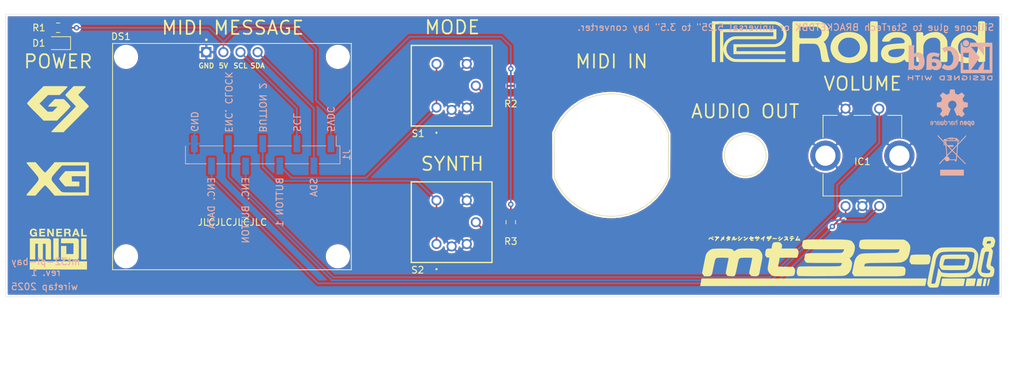
<source format=kicad_pcb>
(kicad_pcb (version 20171130) (host pcbnew "(5.1.6)-1")
  (layers (0 F.Cu signal) (31 B.Cu signal) (34 B.Paste user) (35 F.Paste user) (36 B.SilkS user) (37 F.SilkS user hide) (38 B.Mask user) (39 F.Mask user) (44 Edge.Cuts user))
  (net 0 "")
  (net 1 GND)
  (net 2 "Net-(D1-Pad2)")
  (net 3 SDA)
  (net 4 SCL)
  (net 5 +5V)
  (net 6 ENC_CLK)
  (net 7 ENC_DAT)
  (net 8 ENC_BTN)
  (net 9 BTN1)
  (net 10 BTN2)
  (net 11 "Net-(R2-Pad2)")
  (net 12 "Net-(R3-Pad2)")
  (module Symbol:WEEE-Logo_4.2x6mm_SilkScreen (layer B.Cu) (at 213.233 92.837 180)
    (fp_text reference REF** hide)
    (fp_text value WEEE-Logo_4.2x6mm_SilkScreen hide)
  )
  (module Symbol:OSHW-Logo2_7.3x6mm_SilkScreen (layer B.Cu) (at 213.2965 85.7885 180)
    (fp_text reference REF** hide)
    (fp_text value OSHW-Logo2_7.3x6mm_SilkScreen hide)
  )
  (module Symbol:KiCad-Logo2_5mm_SilkScreen (layer B.Cu) (at 212.979 78.6765 180)
    (fp_text reference REF** hide)
    (fp_text value KiCad-Logo2_5mm_SilkScreen hide)
  )
  (module SamacSys_Parts:Roland_GS_10mm (layer F.Cu) (at 80.3275 86.0425)
    (fp_text reference G*** hide)
    (fp_text value LOGO hide)
  )
  (module SamacSys_Parts:Yamaha_XG_10mm (layer F.Cu) (at 80.264 96.3295)
    (fp_text reference G*** hide)
    (fp_text value LOGO hide)
  )
  (module SamacSys_Parts:Roland-40mm (layer F.Cu) (at 197.866 76.0095)
    (fp_text reference G*** hide)
    (fp_text value LOGO hide)
  )
  (module SamacSys_Parts:General_MIDI_10mm (layer F.Cu) (at 80.391 106.807)
    (fp_text reference G*** hide)
    (fp_text value LOGO hide)
  )
  (module SamacSys_Parts:mt32-pi-45mm (layer F.Cu) (at 197.993 108.585)
    (fp_text reference G*** hide)
    (fp_text value LOGO hide)
  )
  (module SamacSys_Parts:Schurter_PG12 (layer F.Cu) (at 182.499 88.2015)
    (fp_text reference CON2 hide)
    (fp_text value Schurter_PG12)
  )
  (module SamacSys_Parts:Same_Sky_SD-LS_DIN5 (layer F.Cu) (at 162.6235 82.042)
    (fp_text reference CON1 hide)
    (fp_text value Same_Sky_SD-LS_DIN5)
  )
  (module LED_SMD:LED_0805_2012Metric_Pad1.15x1.40mm_HandSolder (layer F.Cu) (at 80.3185 76.1365 180)
    (fp_text reference D1 (at 2.8665 0) (layer F.SilkS))
    (fp_text value LED_Small)
    (pad 1 smd roundrect (at -1.025 0 180) (size 1.15 1.4) (layers F.Cu F.Paste F.Mask) (roundrect_rratio 0.217391) (net 1 GND))
    (pad 2 smd roundrect (at 1.025 0 180) (size 1.15 1.4) (layers F.Cu F.Paste F.Mask) (roundrect_rratio 0.217391) (net 2 "Net-(D1-Pad2)"))
  )
  (module SamacSys_Parts:LCD_OLED_128X64_1.3_I2C (layer F.Cu) (at 106.172 93.0275)
    (fp_text reference DS1 (at -16.51 -17.885) (layer F.SilkS))
    (fp_text value OLED_128X64_1.3_I2C)
    (pad None np_thru_hole circle (at 15.75 14.85) (size 3 3) (drill 3) (layers *.Cu *.Mask))
    (pad None np_thru_hole circle (at -15.75 14.85) (size 3 3) (drill 3) (layers *.Cu *.Mask))
    (pad None np_thru_hole circle (at -15.75 -14.85) (size 3 3) (drill 3) (layers *.Cu *.Mask))
    (pad None np_thru_hole circle (at 15.75 -14.85) (size 3 3) (drill 3) (layers *.Cu *.Mask))
    (pad 4 thru_hole circle (at 3.81 -15.55) (size 1.508 1.508) (drill 1) (layers *.Cu *.Mask) (net 3 SDA))
    (pad 3 thru_hole circle (at 1.27 -15.55) (size 1.508 1.508) (drill 1) (layers *.Cu *.Mask) (net 4 SCL))
    (pad 2 thru_hole circle (at -1.27 -15.55) (size 1.508 1.508) (drill 1) (layers *.Cu *.Mask) (net 5 +5V))
    (pad 1 thru_hole rect (at -3.81 -15.55) (size 1.508 1.508) (drill 1) (layers *.Cu *.Mask) (net 1 GND))
  )
  (module EC11E18244A5 (layer F.Cu) (at 197.4215 100.3935)
    (fp_text reference IC1 (at 2.5 -6.625) (layer F.SilkS))
    (fp_text value EC11E18244A5 hide)
    (pad A1 thru_hole circle (at 0 0) (size 1.5 1.5) (drill 1) (layers *.Cu *.Mask) (net 7 ENC_DAT))
    (pad B1 thru_hole circle (at 5 0) (size 1.5 1.5) (drill 1) (layers *.Cu *.Mask) (net 6 ENC_CLK))
    (pad C1 thru_hole circle (at 2.5 0) (size 1.5 1.5) (drill 1) (layers *.Cu *.Mask) (net 1 GND))
    (pad D1 thru_hole circle (at 0 -14.5) (size 1.5 1.5) (drill 1) (layers *.Cu *.Mask) (net 1 GND))
    (pad E1 thru_hole circle (at 5 -14.5) (size 1.5 1.5) (drill 1) (layers *.Cu *.Mask) (net 8 ENC_BTN))
    (pad MH1 thru_hole circle (at -3 -7.5) (size 4.503 4.503) (drill 3.00167) (layers *.Cu *.Mask) (net 1 GND))
    (pad MH2 thru_hole circle (at 8 -7.5) (size 4.503 4.503) (drill 3.00167) (layers *.Cu *.Mask) (net 1 GND))
  )
  (module Connector_PinHeader_2.54mm:PinHeader_1x09_P2.54mm_Vertical_SMD_Pin1Right (layer B.Cu) (at 110.744 92.7735 90)
    (fp_text reference J1 (at 0 12.49 90) (layer B.SilkS) (effects (justify mirror)))
    (fp_text value "Main Header")
    (pad 2 smd rect (at -1.655 7.62 90) (size 2.51 1) (layers B.Cu B.Paste B.Mask) (net 3 SDA))
    (pad 4 smd rect (at -1.655 2.54 90) (size 2.51 1) (layers B.Cu B.Paste B.Mask) (net 9 BTN1))
    (pad 6 smd rect (at -1.655 -2.54 90) (size 2.51 1) (layers B.Cu B.Paste B.Mask) (net 8 ENC_BTN))
    (pad 8 smd rect (at -1.655 -7.62 90) (size 2.51 1) (layers B.Cu B.Paste B.Mask) (net 7 ENC_DAT))
    (pad 1 smd rect (at 1.655 10.16 90) (size 2.51 1) (layers B.Cu B.Paste B.Mask) (net 5 +5V))
    (pad 3 smd rect (at 1.655 5.08 90) (size 2.51 1) (layers B.Cu B.Paste B.Mask) (net 4 SCL))
    (pad 5 smd rect (at 1.655 0 90) (size 2.51 1) (layers B.Cu B.Paste B.Mask) (net 10 BTN2))
    (pad 7 smd rect (at 1.655 -5.08 90) (size 2.51 1) (layers B.Cu B.Paste B.Mask) (net 6 ENC_CLK))
    (pad 9 smd rect (at 1.655 -10.16 90) (size 2.51 1) (layers B.Cu B.Paste B.Mask) (net 1 GND))
  )
  (module Resistor_SMD:R_0805_2012Metric_Pad1.15x1.40mm_HandSolder (layer F.Cu) (at 80.3185 73.8505)
    (fp_text reference R1 (at -2.8485 0) (layer F.SilkS))
    (fp_text value R_Small)
    (pad 1 smd roundrect (at -1.025 0) (size 1.15 1.4) (layers F.Cu F.Paste F.Mask) (roundrect_rratio 0.217391) (net 2 "Net-(D1-Pad2)"))
    (pad 2 smd roundrect (at 1.025 0) (size 1.15 1.4) (layers F.Cu F.Paste F.Mask) (roundrect_rratio 0.217391) (net 5 +5V))
  )
  (module Resistor_SMD:R_0805_2012Metric_Pad1.15x1.40mm_HandSolder (layer F.Cu) (at 147.6375 82.4955 270)
    (fp_text reference R2 (at 2.676 0 180) (layer F.SilkS))
    (fp_text value R_Small)
    (pad 1 smd roundrect (at -1.025 0 270) (size 1.15 1.4) (layers F.Cu F.Paste F.Mask) (roundrect_rratio 0.217391) (net 5 +5V))
    (pad 2 smd roundrect (at 1.025 0 270) (size 1.15 1.4) (layers F.Cu F.Paste F.Mask) (roundrect_rratio 0.217391) (net 11 "Net-(R2-Pad2)"))
  )
  (module Resistor_SMD:R_0805_2012Metric_Pad1.15x1.40mm_HandSolder (layer F.Cu) (at 147.6375 102.7975 270)
    (fp_text reference R3 (at 2.8575 0 180) (layer F.SilkS))
    (fp_text value R_Small)
    (pad 2 smd roundrect (at 1.025 0 270) (size 1.15 1.4) (layers F.Cu F.Paste F.Mask) (roundrect_rratio 0.217391) (net 12 "Net-(R3-Pad2)"))
    (pad 1 smd roundrect (at -1.025 0 270) (size 1.15 1.4) (layers F.Cu F.Paste F.Mask) (roundrect_rratio 0.217391) (net 5 +5V))
  )
  (module B3W9010R1N (layer F.Cu) (at 136.5885 85.725 270)
    (fp_text reference S1 (at 3.8735 2.7305 180) (layer F.SilkS))
    (fp_text value B3W-9010-R1N hide)
    (pad 1 thru_hole circle (at 0 0 270) (size 1.5 1.5) (drill 1) (layers *.Cu *.Mask) (net 9 BTN1))
    (pad 2 thru_hole circle (at -6.5 0 270) (size 1.5 1.5) (drill 1) (layers *.Cu *.Mask) (net 9 BTN1))
    (pad 3 thru_hole circle (at 0 -4.5 270) (size 1.5 1.5) (drill 1) (layers *.Cu *.Mask) (net 1 GND))
    (pad 4 thru_hole circle (at -6.5 -4.5 270) (size 1.5 1.5) (drill 1) (layers *.Cu *.Mask) (net 1 GND))
    (pad 5 thru_hole circle (at -3.25 -5.85 270) (size 1.5 1.5) (drill 1) (layers *.Cu *.Mask) (net 11 "Net-(R2-Pad2)"))
    (pad 6 thru_hole circle (at 0.35 -2.25 270) (size 1.5 1.5) (drill 1) (layers *.Cu *.Mask) (net 1 GND))
  )
  (module B3W9010R1N (layer F.Cu) (at 136.5885 106.045 270)
    (fp_text reference S2 (at 3.8735 2.794 180) (layer F.SilkS))
    (fp_text value B3W-9010-R1N hide)
    (pad 6 thru_hole circle (at 0.35 -2.25 270) (size 1.5 1.5) (drill 1) (layers *.Cu *.Mask) (net 1 GND))
    (pad 5 thru_hole circle (at -3.25 -5.85 270) (size 1.5 1.5) (drill 1) (layers *.Cu *.Mask) (net 12 "Net-(R3-Pad2)"))
    (pad 4 thru_hole circle (at -6.5 -4.5 270) (size 1.5 1.5) (drill 1) (layers *.Cu *.Mask) (net 1 GND))
    (pad 3 thru_hole circle (at 0 -4.5 270) (size 1.5 1.5) (drill 1) (layers *.Cu *.Mask) (net 1 GND))
    (pad 2 thru_hole circle (at -6.5 0 270) (size 1.5 1.5) (drill 1) (layers *.Cu *.Mask) (net 10 BTN2))
    (pad 1 thru_hole circle (at 0 0 270) (size 1.5 1.5) (drill 1) (layers *.Cu *.Mask) (net 10 BTN2))
  )
  (gr_text "mt32-pi-bay\nrev. 1" (at 78.486 109.474) (layer B.SilkS) (effects (font (size 1 1)) (justify mirror)))
  (gr_text "wiretap 2025" (at 78.2955 112.395) (layer B.SilkS) (effects (font (size 1 1)) (justify mirror)))
  (gr_text SDA (at 109.982 79.502) (layer F.SilkS) (effects (font (size 0.75 0.75))))
  (gr_text SCL (at 107.442 79.502) (layer F.SilkS) (effects (font (size 0.75 0.75))))
  (gr_text 5V (at 104.902 79.502) (layer F.SilkS) (effects (font (size 0.75 0.75))))
  (gr_text GND (at 102.362 79.502) (layer F.SilkS) (effects (font (size 0.75 0.75))))
  (gr_text JLCJLCJLCJLC (at 106.2355 102.8065) (layer F.SilkS) (effects (font (size 1 1))))
  (gr_text "Silicone glue to StarTech BRACKETDBK or universal 5.25\" to 3.5\" bay converter." (at 188.5315 73.787) (layer B.SilkS) (effects (font (size 1 1)) (justify mirror)))
  (gr_text VOLUME (at 199.9615 82.169) (layer F.SilkS) (effects (font (size 2 2) (thickness 0.25))))
  (gr_text "AUDIO OUT" (at 182.499 86.2965) (layer F.SilkS) (effects (font (size 2 2) (thickness 0.25))))
  (gr_text "MIDI IN" (at 162.6235 78.867) (layer F.SilkS) (effects (font (size 2 2) (thickness 0.25))))
  (gr_line (start 154.1145 96.139) (end 154.098366 89.465192) (layer Edge.Cuts) (width 0.05))
  (gr_line (start 171.037626 96.055622) (end 171.072551 89.5985) (layer Edge.Cuts) (width 0.05))
  (gr_arc (start 162.56 92.837) (end 154.1145 96.139) (angle -137.8558176) (layer Edge.Cuts) (width 0.05))
  (gr_arc (start 162.56 92.7735) (end 171.072551 89.5985) (angle -138.1911798) (layer Edge.Cuts) (width 0.05))
  (gr_circle (center 182.5105 92.837) (end 185.6105 92.837) (layer Edge.Cuts) (width 0.05))
  (gr_text GND (at 100.584 87.8205 270) (layer B.SilkS) (effects (font (size 1 1)) (justify mirror)))
  (gr_text "ENC. DATA" (at 103.124 99.949 90) (layer B.SilkS) (effects (font (size 1 1)) (justify mirror)))
  (gr_text "ENC. CLOCK" (at 105.664 84.8995 270) (layer B.SilkS) (effects (font (size 1 1)) (justify mirror)))
  (gr_text "ENC. BUTTON" (at 108.204 101.0285 90) (layer B.SilkS) (effects (font (size 1 1)) (justify mirror)))
  (gr_text "BUTTON 2" (at 110.744 85.725 270) (layer B.SilkS) (effects (font (size 1 1)) (justify mirror)))
  (gr_text "BUTTON 1" (at 113.284 99.822 90) (layer B.SilkS) (effects (font (size 1 1)) (justify mirror)))
  (gr_text SCL (at 115.824 87.9475 270) (layer B.SilkS) (effects (font (size 1 1)) (justify mirror)))
  (gr_text SDA (at 118.364 97.5995 90) (layer B.SilkS) (effects (font (size 1 1)) (justify mirror)))
  (gr_text 5VDC (at 120.8405 87.4395 270) (layer B.SilkS) (effects (font (size 1 1)) (justify mirror)))
  (gr_text POWER (at 80.3275 78.867) (layer F.SilkS) (effects (font (size 2 2) (thickness 0.25))))
  (gr_text SYNTH (at 138.938 94.107) (layer F.SilkS) (effects (font (size 2 2) (thickness 0.25))))
  (gr_text MODE (at 138.938 73.787) (layer F.SilkS) (effects (font (size 2 2) (thickness 0.25))))
  (gr_text "MIDI MESSAGE" (at 106.299 73.8505) (layer F.SilkS) (effects (font (size 2 2) (thickness 0.25))))
  (gr_line (start 72.517 71.8185) (end 72.517 113.919) (layer Edge.Cuts) (width 0.05))
  (gr_line (start 220.599 71.8185) (end 72.517 71.8185) (layer Edge.Cuts) (width 0.05))
  (gr_line (start 220.599 113.919) (end 220.599 71.8185) (layer Edge.Cuts) (width 0.05))
  (gr_line (start 72.517 113.919) (end 220.599 113.919) (layer Edge.Cuts) (width 0.05))
  (segment (start 79.2935 73.8505) (end 79.2935 76.1365) (width 0.25) (layer F.Cu) (net 2))
  (segment (start 118.364 85.8595) (end 109.982 77.4775) (width 0.25) (layer B.Cu) (net 3))
  (segment (start 118.364 94.4285) (end 118.364 85.8595) (width 0.25) (layer B.Cu) (net 3))
  (segment (start 115.824 85.852) (end 115.824 91.1185) (width 0.25) (layer B.Cu) (net 4))
  (segment (start 107.442 77.4775) (end 107.4495 77.4775) (width 0.25) (layer B.Cu) (net 4))
  (segment (start 107.4495 77.4775) (end 115.824 85.852) (width 0.25) (layer B.Cu) (net 4))
  (via (at 83.058 73.8505) (size 0.8) (drill 0.4) (layers F.Cu B.Cu) (net 5))
  (segment (start 81.3435 73.8505) (end 83.058 73.8505) (width 0.25) (layer F.Cu) (net 5))
  (segment (start 104.902 76.0095) (end 104.902 77.4775) (width 0.25) (layer B.Cu) (net 5))
  (segment (start 83.058 73.8505) (end 102.743 73.8505) (width 0.25) (layer B.Cu) (net 5))
  (segment (start 102.743 73.8505) (end 104.902 76.0095) (width 0.25) (layer B.Cu) (net 5))
  (segment (start 120.904 86.868) (end 118.6815 84.6455) (width 0.25) (layer B.Cu) (net 5))
  (segment (start 120.904 91.1185) (end 120.904 86.868) (width 0.25) (layer B.Cu) (net 5))
  (segment (start 118.6815 84.6455) (end 118.6815 76.962) (width 0.25) (layer B.Cu) (net 5))
  (segment (start 118.6815 76.962) (end 115.5065 73.787) (width 0.25) (layer B.Cu) (net 5))
  (segment (start 107.1245 73.787) (end 104.902 76.0095) (width 0.25) (layer B.Cu) (net 5))
  (segment (start 115.5065 73.787) (end 107.1245 73.787) (width 0.25) (layer B.Cu) (net 5))
  (segment (start 120.904 86.868) (end 128.3335 79.4385) (width 0.25) (layer B.Cu) (net 5))
  (segment (start 128.3335 79.4385) (end 132.588 75.184) (width 0.25) (layer B.Cu) (net 5))
  (segment (start 132.588 75.184) (end 146.2405 75.184) (width 0.25) (layer B.Cu) (net 5))
  (via (at 147.6375 79.9465) (size 0.8) (drill 0.4) (layers F.Cu B.Cu) (net 5))
  (segment (start 146.2405 75.184) (end 147.6375 76.581) (width 0.25) (layer B.Cu) (net 5))
  (segment (start 147.6375 76.581) (end 147.6375 79.9465) (width 0.25) (layer B.Cu) (net 5))
  (segment (start 147.6375 79.9465) (end 147.6375 81.4705) (width 0.25) (layer F.Cu) (net 5))
  (via (at 147.6375 100.1395) (size 0.8) (drill 0.4) (layers F.Cu B.Cu) (net 5))
  (segment (start 147.6375 79.9465) (end 147.6375 100.1395) (width 0.25) (layer B.Cu) (net 5))
  (segment (start 147.6375 100.1395) (end 147.6375 101.7725) (width 0.25) (layer F.Cu) (net 5))
  (segment (start 200.326 102.489) (end 202.4215 100.3935) (width 0.25) (layer B.Cu) (net 6))
  (segment (start 105.664 96.076911) (end 121.0351 111.448011) (width 0.25) (layer B.Cu) (net 6))
  (segment (start 195.326 102.489) (end 200.326 102.489) (width 0.25) (layer B.Cu) (net 6))
  (segment (start 105.664 91.1185) (end 105.664 96.076911) (width 0.25) (layer B.Cu) (net 6))
  (segment (start 121.0351 111.448011) (end 186.366989 111.448011) (width 0.25) (layer B.Cu) (net 6))
  (segment (start 186.366989 111.448011) (end 195.326 102.489) (width 0.25) (layer B.Cu) (net 6))
  (segment (start 103.124 96.0755) (end 118.946521 111.898021) (width 0.25) (layer B.Cu) (net 7))
  (segment (start 103.124 94.4285) (end 103.124 96.0755) (width 0.25) (layer B.Cu) (net 7))
  (via (at 195.453 103.4415) (size 0.8) (drill 0.4) (layers F.Cu B.Cu) (net 7))
  (segment (start 197.4215 100.3935) (end 197.4215 101.473) (width 0.25) (layer F.Cu) (net 7))
  (segment (start 197.4215 101.473) (end 195.453 103.4415) (width 0.25) (layer F.Cu) (net 7))
  (segment (start 186.996479 111.898021) (end 118.946521 111.898021) (width 0.25) (layer B.Cu) (net 7))
  (segment (start 195.453 103.4415) (end 186.996479 111.898021) (width 0.25) (layer B.Cu) (net 7))
  (segment (start 202.4215 91.012) (end 202.4215 85.8935) (width 0.25) (layer B.Cu) (net 8))
  (segment (start 196.1515 97.282) (end 202.4215 91.012) (width 0.25) (layer B.Cu) (net 8))
  (segment (start 186.18059 110.998) (end 196.1515 101.02709) (width 0.25) (layer B.Cu) (net 8))
  (segment (start 196.1515 101.02709) (end 196.1515 97.282) (width 0.25) (layer B.Cu) (net 8))
  (segment (start 121.2215 110.998) (end 186.18059 110.998) (width 0.25) (layer B.Cu) (net 8))
  (segment (start 108.204 94.4285) (end 108.204 97.9805) (width 0.25) (layer B.Cu) (net 8))
  (segment (start 108.204 97.9805) (end 121.2215 110.998) (width 0.25) (layer B.Cu) (net 8))
  (segment (start 136.5885 79.225) (end 136.5885 85.725) (width 0.25) (layer F.Cu) (net 9))
  (segment (start 115.052489 96.196989) (end 126.116511 96.196989) (width 0.25) (layer B.Cu) (net 9))
  (segment (start 126.116511 96.196989) (end 136.5885 85.725) (width 0.25) (layer B.Cu) (net 9))
  (segment (start 113.284 94.4285) (end 115.052489 96.196989) (width 0.25) (layer B.Cu) (net 9))
  (segment (start 136.5885 99.545) (end 136.5885 106.045) (width 0.25) (layer F.Cu) (net 10))
  (segment (start 133.6905 96.647) (end 136.5885 99.545) (width 0.25) (layer B.Cu) (net 10))
  (segment (start 112.8395 96.647) (end 133.6905 96.647) (width 0.25) (layer B.Cu) (net 10))
  (segment (start 110.744 91.1185) (end 110.744 94.5515) (width 0.25) (layer B.Cu) (net 10))
  (segment (start 110.744 94.5515) (end 112.8395 96.647) (width 0.25) (layer B.Cu) (net 10))
  (segment (start 143.484 83.5205) (end 142.4385 82.475) (width 0.25) (layer F.Cu) (net 11))
  (segment (start 147.6375 83.5205) (end 143.484 83.5205) (width 0.25) (layer F.Cu) (net 11))
  (segment (start 143.466 103.8225) (end 142.4385 102.795) (width 0.25) (layer F.Cu) (net 12))
  (segment (start 147.6375 103.8225) (end 143.466 103.8225) (width 0.25) (layer F.Cu) (net 12))
  (zone (net 1) (net_name GND) (layer F.Cu) (connect_pads (clearance 0.3)) (min_thickness 0.254) (fill yes (arc_segments 32) (thermal_gap 0.3) (thermal_bridge_width 0.3))
    (polygon (pts (xy 220.98 114.3) (xy 72.136 114.3) (xy 72.136 71.4375) (xy 220.98 71.4375)))
  )
  (zone (net 1) (net_name GND) (layer B.Cu) (connect_pads (clearance 0.3)) (min_thickness 0.254) (fill yes (arc_segments 32) (thermal_gap 0.3) (thermal_bridge_width 0.3))
    (polygon (pts (xy 220.98 114.3) (xy 72.136 114.3) (xy 72.136 71.4375) (xy 220.98 71.4375)))
  )
)
</source>
